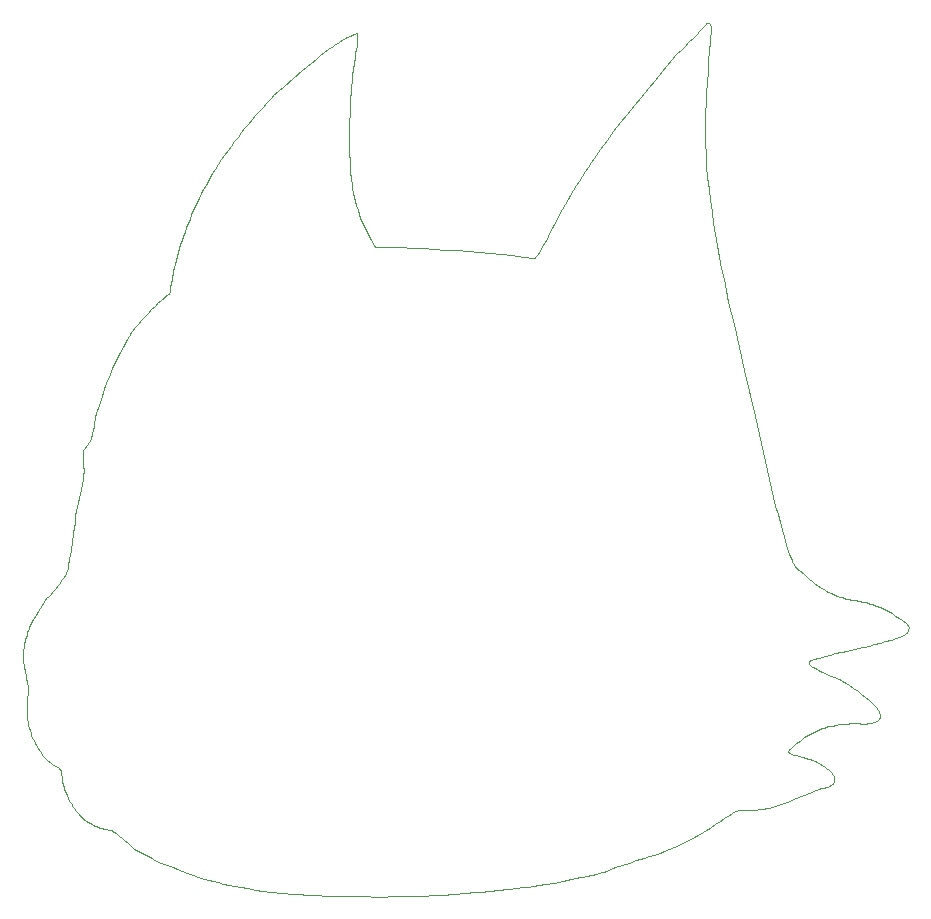
<source format=gbr>
G04 #@! TF.GenerationSoftware,KiCad,Pcbnew,(5.1.2)-1*
G04 #@! TF.CreationDate,2019-06-26T23:30:15+01:00*
G04 #@! TF.ProjectId,Real Raw Avocato cut,5265616c-2052-4617-9720-41766f636174,rev?*
G04 #@! TF.SameCoordinates,Original*
G04 #@! TF.FileFunction,Profile,NP*
%FSLAX46Y46*%
G04 Gerber Fmt 4.6, Leading zero omitted, Abs format (unit mm)*
G04 Created by KiCad (PCBNEW (5.1.2)-1) date 2019-06-26 23:30:15*
%MOMM*%
%LPD*%
G04 APERTURE LIST*
%ADD10C,0.100000*%
G04 APERTURE END LIST*
D10*
X165129790Y-50240439D02*
X165092695Y-50242344D01*
X165092695Y-50242344D02*
X165052320Y-50255642D01*
X165052320Y-50255642D02*
X165008203Y-50280497D01*
X165008203Y-50280497D02*
X164959880Y-50317064D01*
X164959880Y-50317064D02*
X164906894Y-50365499D01*
X164906894Y-50365499D02*
X164848784Y-50425959D01*
X164848784Y-50425959D02*
X164715344Y-50583580D01*
X164715344Y-50583580D02*
X164586113Y-50731488D01*
X164586113Y-50731488D02*
X164385295Y-50945332D01*
X164385295Y-50945332D02*
X164140341Y-51196504D01*
X164140341Y-51196504D02*
X163878705Y-51456395D01*
X163878705Y-51456395D02*
X163398828Y-51930213D01*
X163398828Y-51930213D02*
X163133014Y-52202086D01*
X163133014Y-52202086D02*
X162875498Y-52473536D01*
X162875498Y-52473536D02*
X162415744Y-52946743D01*
X162415744Y-52946743D02*
X161204447Y-54362161D01*
X161204447Y-54362161D02*
X160594697Y-55081138D01*
X160594697Y-55081138D02*
X160002453Y-55785846D01*
X160002453Y-55785846D02*
X159401148Y-56509966D01*
X159401148Y-56509966D02*
X158817514Y-57222968D01*
X158817514Y-57222968D02*
X158228221Y-57954818D01*
X158228221Y-57954818D02*
X157656345Y-58679726D01*
X157656345Y-58679726D02*
X157085017Y-59422178D01*
X157085017Y-59422178D02*
X156530316Y-60162840D01*
X156530316Y-60162840D02*
X155980840Y-60918638D01*
X155980840Y-60918638D02*
X155446659Y-61678510D01*
X155446659Y-61678510D02*
X155183825Y-62062706D01*
X155183825Y-62062706D02*
X154924475Y-62449089D01*
X154924475Y-62449089D02*
X154668483Y-62838014D01*
X154668483Y-62838014D02*
X154415715Y-63229836D01*
X154415715Y-63229836D02*
X154168357Y-63621089D01*
X154168357Y-63621089D02*
X153923839Y-64015893D01*
X153923839Y-64015893D02*
X153682124Y-64414673D01*
X153682124Y-64414673D02*
X153443165Y-64817853D01*
X153443165Y-64817853D02*
X153212129Y-65216653D01*
X153212129Y-65216653D02*
X152983470Y-65620336D01*
X152983470Y-65620336D02*
X152757027Y-66029212D01*
X152757027Y-66029212D02*
X152532626Y-66443594D01*
X152532626Y-66443594D02*
X152317837Y-66849183D01*
X152317837Y-66849183D02*
X152104818Y-67260535D01*
X152104818Y-67260535D02*
X151893443Y-67677990D01*
X151893443Y-67677990D02*
X151683583Y-68101890D01*
X151683583Y-68101890D02*
X151441966Y-68528468D01*
X151441966Y-68528468D02*
X151071216Y-69177277D01*
X151071216Y-69177277D02*
X150844558Y-69558974D01*
X150844558Y-69558974D02*
X150637992Y-69886569D01*
X150637992Y-69886569D02*
X150549518Y-70015368D01*
X150549518Y-70015368D02*
X150474794Y-70112991D01*
X150474794Y-70112991D02*
X150416729Y-70173552D01*
X150416729Y-70173552D02*
X150394848Y-70188096D01*
X150394848Y-70188096D02*
X150378232Y-70191168D01*
X150378232Y-70191168D02*
X149450325Y-70072494D01*
X149450325Y-70072494D02*
X148511681Y-69961725D01*
X148511681Y-69961725D02*
X147579409Y-69860236D01*
X147579409Y-69860236D02*
X146641511Y-69766388D01*
X146641511Y-69766388D02*
X145705315Y-69680713D01*
X145705315Y-69680713D02*
X144768240Y-69602574D01*
X144768240Y-69602574D02*
X143827617Y-69531599D01*
X143827617Y-69531599D02*
X142890836Y-69468215D01*
X142890836Y-69468215D02*
X141947440Y-69411615D01*
X141947440Y-69411615D02*
X141012916Y-69362786D01*
X141012916Y-69362786D02*
X140065351Y-69320720D01*
X140065351Y-69320720D02*
X139132411Y-69286822D01*
X139132411Y-69286822D02*
X138180782Y-69260200D01*
X138180782Y-69260200D02*
X137250872Y-69242380D01*
X137250872Y-69242380D02*
X136942362Y-69239787D01*
X136942362Y-69239787D02*
X136497429Y-68493580D01*
X136497429Y-68493580D02*
X136301248Y-68153432D01*
X136301248Y-68153432D02*
X136122260Y-67818429D01*
X136122260Y-67818429D02*
X135958644Y-67483554D01*
X135958644Y-67483554D02*
X135808583Y-67143791D01*
X135808583Y-67143791D02*
X135675971Y-66809243D01*
X135675971Y-66809243D02*
X135552686Y-66461274D01*
X135552686Y-66461274D02*
X135437201Y-66095541D01*
X135437201Y-66095541D02*
X135327991Y-65707703D01*
X135327991Y-65707703D02*
X135242161Y-65370617D01*
X135242161Y-65370617D02*
X135158645Y-65013366D01*
X135158645Y-65013366D02*
X135076603Y-64633539D01*
X135076603Y-64633539D02*
X134995196Y-64228724D01*
X134995196Y-64228724D02*
X134959091Y-64029766D01*
X134959091Y-64029766D02*
X134925735Y-63818657D01*
X134925735Y-63818657D02*
X134895070Y-63596045D01*
X134895070Y-63596045D02*
X134867045Y-63362583D01*
X134867045Y-63362583D02*
X134818687Y-62865707D01*
X134818687Y-62865707D02*
X134780222Y-62333233D01*
X134780222Y-62333233D02*
X134756039Y-61879218D01*
X134756039Y-61879218D02*
X134737889Y-61408024D01*
X134737889Y-61408024D02*
X134725533Y-60922460D01*
X134725533Y-60922460D02*
X134718733Y-60425339D01*
X134718733Y-60425339D02*
X134717145Y-59954229D01*
X134717145Y-59954229D02*
X134719976Y-59477692D01*
X134719976Y-59477692D02*
X134727094Y-58998005D01*
X134727094Y-58998005D02*
X134738391Y-58517445D01*
X134738391Y-58517445D02*
X134753869Y-58032730D01*
X134753869Y-58032730D02*
X134773184Y-57551698D01*
X134773184Y-57551698D02*
X134822616Y-56610068D01*
X134822616Y-56610068D02*
X134855700Y-56106787D01*
X134855700Y-56106787D02*
X134892583Y-55619761D01*
X134892583Y-55619761D02*
X134932982Y-55152077D01*
X134932982Y-55152077D02*
X134976612Y-54706825D01*
X134976612Y-54706825D02*
X135040405Y-54145298D01*
X135040405Y-54145298D02*
X135109107Y-53638540D01*
X135109107Y-53638540D02*
X135182100Y-53194377D01*
X135182100Y-53194377D02*
X135220010Y-52998214D01*
X135220010Y-52998214D02*
X135258763Y-52820635D01*
X135258763Y-52820635D02*
X135328775Y-52496410D01*
X135328775Y-52496410D02*
X135377654Y-52218296D01*
X135377654Y-52218296D02*
X135408176Y-51979031D01*
X135408176Y-51979031D02*
X135423125Y-51771349D01*
X135423125Y-51771349D02*
X135425242Y-51587987D01*
X135425242Y-51587987D02*
X135417384Y-51421681D01*
X135417384Y-51421681D02*
X135402302Y-51265166D01*
X135402302Y-51265166D02*
X135382750Y-51111178D01*
X135382750Y-51111178D02*
X135174840Y-51185333D01*
X135174840Y-51185333D02*
X134966891Y-51270206D01*
X134966891Y-51270206D02*
X134759463Y-51364636D01*
X134759463Y-51364636D02*
X134553117Y-51467463D01*
X134553117Y-51467463D02*
X134348414Y-51577529D01*
X134348414Y-51577529D02*
X134145915Y-51693672D01*
X134145915Y-51693672D02*
X133946184Y-51814733D01*
X133946184Y-51814733D02*
X133749776Y-51939552D01*
X133749776Y-51939552D02*
X133539773Y-52078774D01*
X133539773Y-52078774D02*
X133335139Y-52219584D01*
X133335139Y-52219584D02*
X132944940Y-52499902D01*
X132944940Y-52499902D02*
X132585088Y-52768375D01*
X132585088Y-52768375D02*
X132261494Y-53012871D01*
X132261494Y-53012871D02*
X131877415Y-53321478D01*
X131877415Y-53321478D02*
X131490067Y-53637614D01*
X131490067Y-53637614D02*
X130717402Y-54279977D01*
X130717402Y-54279977D02*
X129930777Y-54946082D01*
X129930777Y-54946082D02*
X129196564Y-55574989D01*
X129196564Y-55574989D02*
X128674104Y-56079292D01*
X128674104Y-56079292D02*
X128317031Y-56418348D01*
X128317031Y-56418348D02*
X128194753Y-56535864D01*
X128194753Y-56535864D02*
X128038464Y-56692218D01*
X128038464Y-56692218D02*
X127704150Y-57040015D01*
X127704150Y-57040015D02*
X127388462Y-57382744D01*
X127388462Y-57382744D02*
X127075048Y-57731385D01*
X127075048Y-57731385D02*
X126764446Y-58085224D01*
X126764446Y-58085224D02*
X126457197Y-58443547D01*
X126457197Y-58443547D02*
X126154824Y-58804477D01*
X126154824Y-58804477D02*
X125856914Y-59168435D01*
X125856914Y-59168435D02*
X125564074Y-59534656D01*
X125564074Y-59534656D02*
X125276908Y-59902373D01*
X125276908Y-59902373D02*
X124987884Y-60281587D01*
X124987884Y-60281587D02*
X124706029Y-60660866D01*
X124706029Y-60660866D02*
X124431981Y-61039428D01*
X124431981Y-61039428D02*
X124166381Y-61416493D01*
X124166381Y-61416493D02*
X123893124Y-61816087D01*
X123893124Y-61816087D02*
X123630943Y-62212062D01*
X123630943Y-62212062D02*
X123380553Y-62603510D01*
X123380553Y-62603510D02*
X123142671Y-62989523D01*
X123142671Y-62989523D02*
X122947931Y-63324192D01*
X122947931Y-63324192D02*
X122756234Y-63664201D01*
X122756234Y-63664201D02*
X122567975Y-64008711D01*
X122567975Y-64008711D02*
X122383544Y-64356881D01*
X122383544Y-64356881D02*
X122204485Y-64705612D01*
X122204485Y-64705612D02*
X122029873Y-65056508D01*
X122029873Y-65056508D02*
X121860014Y-65408861D01*
X121860014Y-65408861D02*
X121695214Y-65761964D01*
X121695214Y-65761964D02*
X121532173Y-66123274D01*
X121532173Y-66123274D02*
X121375170Y-66483773D01*
X121375170Y-66483773D02*
X121224581Y-66842648D01*
X121224581Y-66842648D02*
X121080781Y-67199085D01*
X121080781Y-67199085D02*
X120935616Y-67574914D01*
X120935616Y-67574914D02*
X120799036Y-67946092D01*
X120799036Y-67946092D02*
X120671424Y-68311704D01*
X120671424Y-68311704D02*
X120553165Y-68670830D01*
X120553165Y-68670830D02*
X120441441Y-68990820D01*
X120441441Y-68990820D02*
X120337571Y-69315869D01*
X120337571Y-69315869D02*
X120240986Y-69644735D01*
X120240986Y-69644735D02*
X120151122Y-69976177D01*
X120151122Y-69976177D02*
X120067060Y-70310177D01*
X120067060Y-70310177D02*
X119988556Y-70644232D01*
X119988556Y-70644232D02*
X119915114Y-70977058D01*
X119915114Y-70977058D02*
X119846250Y-71307370D01*
X119846250Y-71307370D02*
X119713047Y-71992596D01*
X119713047Y-71992596D02*
X119592002Y-72648890D01*
X119592002Y-72648890D02*
X119548726Y-72913672D01*
X119548726Y-72913672D02*
X119525144Y-73016256D01*
X119525144Y-73016256D02*
X119492860Y-73105796D01*
X119492860Y-73105796D02*
X119471720Y-73147275D01*
X119471720Y-73147275D02*
X119446323Y-73187412D01*
X119446323Y-73187412D02*
X119415974Y-73226848D01*
X119415974Y-73226848D02*
X119379981Y-73266224D01*
X119379981Y-73266224D02*
X119288281Y-73347353D01*
X119288281Y-73347353D02*
X119165671Y-73435922D01*
X119165671Y-73435922D02*
X119041151Y-73525767D01*
X119041151Y-73525767D02*
X118885852Y-73647009D01*
X118885852Y-73647009D02*
X118719568Y-73783762D01*
X118719568Y-73783762D02*
X118562090Y-73920131D01*
X118562090Y-73920131D02*
X118250391Y-74210043D01*
X118250391Y-74210043D02*
X117954500Y-74502669D01*
X117954500Y-74502669D02*
X117672628Y-74797807D01*
X117672628Y-74797807D02*
X117402988Y-75095254D01*
X117402988Y-75095254D02*
X117129485Y-75411674D01*
X117129485Y-75411674D02*
X116865415Y-75730095D01*
X116865415Y-75730095D02*
X116608518Y-76050196D01*
X116608518Y-76050196D02*
X116356540Y-76371659D01*
X116356540Y-76371659D02*
X116276384Y-76477318D01*
X116276384Y-76477318D02*
X116210072Y-76579151D01*
X116210072Y-76579151D02*
X116137800Y-76695835D01*
X116137800Y-76695835D02*
X116039763Y-76846049D01*
X116039763Y-76846049D02*
X115980412Y-76938527D01*
X115980412Y-76938527D02*
X115910127Y-77056623D01*
X115910127Y-77056623D02*
X115741712Y-77359352D01*
X115741712Y-77359352D02*
X115544426Y-77733573D01*
X115544426Y-77733573D02*
X115328179Y-78158631D01*
X115328179Y-78158631D02*
X114997227Y-78831253D01*
X114997227Y-78831253D02*
X114678089Y-79503768D01*
X114678089Y-79503768D02*
X114460423Y-79979896D01*
X114460423Y-79979896D02*
X114282555Y-80387698D01*
X114282555Y-80387698D02*
X114158664Y-80697570D01*
X114158664Y-80697570D02*
X114121391Y-80806534D01*
X114121391Y-80806534D02*
X114102931Y-80879913D01*
X114102931Y-80879913D02*
X114091716Y-80933695D01*
X114091716Y-80933695D02*
X114075298Y-80989374D01*
X114075298Y-80989374D02*
X114055902Y-81040320D01*
X114055902Y-81040320D02*
X114035751Y-81079901D01*
X114035751Y-81079901D02*
X114008912Y-81136789D01*
X114008912Y-81136789D02*
X113976466Y-81228092D01*
X113976466Y-81228092D02*
X113890409Y-81506582D01*
X113890409Y-81506582D02*
X113768890Y-81900649D01*
X113768890Y-81900649D02*
X113692117Y-82136427D01*
X113692117Y-82136427D02*
X113603219Y-82395582D01*
X113603219Y-82395582D02*
X113514310Y-82635403D01*
X113514310Y-82635403D02*
X113430946Y-82852348D01*
X113430946Y-82852348D02*
X113361371Y-83049039D01*
X113361371Y-83049039D02*
X113334331Y-83140606D01*
X113334331Y-83140606D02*
X113313832Y-83228090D01*
X113313832Y-83228090D02*
X113289493Y-83285227D01*
X113289493Y-83285227D02*
X113264071Y-83363195D01*
X113264071Y-83363195D02*
X113212990Y-83567733D01*
X113212990Y-83567733D02*
X113166594Y-83813933D01*
X113166594Y-83813933D02*
X113130895Y-84074032D01*
X113130895Y-84074032D02*
X113089334Y-84415683D01*
X113089334Y-84415683D02*
X113044009Y-84711413D01*
X113044009Y-84711413D02*
X112992939Y-84967763D01*
X112992939Y-84967763D02*
X112964631Y-85083214D01*
X112964631Y-85083214D02*
X112934144Y-85191277D01*
X112934144Y-85191277D02*
X112901230Y-85292766D01*
X112901230Y-85292766D02*
X112865642Y-85388501D01*
X112865642Y-85388501D02*
X112827132Y-85479300D01*
X112827132Y-85479300D02*
X112785453Y-85565980D01*
X112785453Y-85565980D02*
X112740356Y-85649359D01*
X112740356Y-85649359D02*
X112691596Y-85730255D01*
X112691596Y-85730255D02*
X112638923Y-85809490D01*
X112638923Y-85809490D02*
X112582091Y-85887875D01*
X112582091Y-85887875D02*
X112445674Y-86075301D01*
X112445674Y-86075301D02*
X112338494Y-86240321D01*
X112338494Y-86240321D02*
X112295034Y-86317098D01*
X112295034Y-86317098D02*
X112257882Y-86391475D01*
X112257882Y-86391475D02*
X112226705Y-86464521D01*
X112226705Y-86464521D02*
X112201167Y-86537303D01*
X112201167Y-86537303D02*
X112180937Y-86610889D01*
X112180937Y-86610889D02*
X112165681Y-86686348D01*
X112165681Y-86686348D02*
X112155063Y-86764744D01*
X112155063Y-86764744D02*
X112148753Y-86847148D01*
X112148753Y-86847148D02*
X112147721Y-87028245D01*
X112147721Y-87028245D02*
X112159900Y-87238181D01*
X112159900Y-87238181D02*
X112202232Y-87681724D01*
X112202232Y-87681724D02*
X112225637Y-87877653D01*
X112225637Y-87877653D02*
X112246716Y-88022113D01*
X112246716Y-88022113D02*
X112251953Y-88070148D01*
X112251953Y-88070148D02*
X112253461Y-88130264D01*
X112253461Y-88130264D02*
X112246097Y-88283484D01*
X112246097Y-88283484D02*
X112226378Y-88475243D01*
X112226378Y-88475243D02*
X112196043Y-88699017D01*
X112196043Y-88699017D02*
X112156832Y-88948281D01*
X112156832Y-88948281D02*
X112110484Y-89216511D01*
X112110484Y-89216511D02*
X112003332Y-89783761D01*
X112003332Y-89783761D02*
X111883513Y-90372510D01*
X111883513Y-90372510D02*
X111771178Y-90899218D01*
X111771178Y-90899218D02*
X111632295Y-91528874D01*
X111632295Y-91528874D02*
X111618140Y-91553665D01*
X111618140Y-91553665D02*
X111603649Y-91593326D01*
X111603649Y-91593326D02*
X111575292Y-91709029D01*
X111575292Y-91709029D02*
X111550503Y-91859576D01*
X111550503Y-91859576D02*
X111532561Y-92028579D01*
X111532561Y-92028579D02*
X111509508Y-92285773D01*
X111509508Y-92285773D02*
X111475504Y-92584503D01*
X111475504Y-92584503D02*
X111425070Y-92964683D01*
X111425070Y-92964683D02*
X111352727Y-93466216D01*
X111352727Y-93466216D02*
X111135169Y-94898686D01*
X111135169Y-94898686D02*
X111018202Y-95648187D01*
X111018202Y-95648187D02*
X110926913Y-96192147D01*
X110926913Y-96192147D02*
X110878985Y-96440107D01*
X110878985Y-96440107D02*
X110832979Y-96639859D01*
X110832979Y-96639859D02*
X110786098Y-96801408D01*
X110786098Y-96801408D02*
X110735543Y-96934766D01*
X110735543Y-96934766D02*
X110678518Y-97049937D01*
X110678518Y-97049937D02*
X110612223Y-97156926D01*
X110612223Y-97156926D02*
X110533862Y-97265741D01*
X110533862Y-97265741D02*
X110440638Y-97386391D01*
X110440638Y-97386391D02*
X110116853Y-97789008D01*
X110116853Y-97789008D02*
X109714584Y-98274190D01*
X109714584Y-98274190D02*
X109274963Y-98791694D01*
X109274963Y-98791694D02*
X109095936Y-98996844D01*
X109095936Y-98996844D02*
X108964242Y-99142354D01*
X108964242Y-99142354D02*
X108555701Y-99774957D01*
X108555701Y-99774957D02*
X108364272Y-100080276D01*
X108364272Y-100080276D02*
X108184961Y-100375871D01*
X108184961Y-100375871D02*
X107974665Y-100742276D01*
X107974665Y-100742276D02*
X107880784Y-100916994D01*
X107880784Y-100916994D02*
X107795412Y-101085407D01*
X107795412Y-101085407D02*
X107719298Y-101247038D01*
X107719298Y-101247038D02*
X107653191Y-101401399D01*
X107653191Y-101401399D02*
X107597839Y-101548009D01*
X107597839Y-101548009D02*
X107553992Y-101686387D01*
X107553992Y-101686387D02*
X107482919Y-101879464D01*
X107482919Y-101879464D02*
X107418550Y-102067260D01*
X107418550Y-102067260D02*
X107360553Y-102251992D01*
X107360553Y-102251992D02*
X107308596Y-102435874D01*
X107308596Y-102435874D02*
X107262347Y-102621122D01*
X107262347Y-102621122D02*
X107221475Y-102809953D01*
X107221475Y-102809953D02*
X107185647Y-103004583D01*
X107185647Y-103004583D02*
X107154533Y-103207225D01*
X107154533Y-103207225D02*
X107132171Y-103311394D01*
X107132171Y-103311394D02*
X107114856Y-103418690D01*
X107114856Y-103418690D02*
X107102312Y-103528850D01*
X107102312Y-103528850D02*
X107094259Y-103641612D01*
X107094259Y-103641612D02*
X107090417Y-103756711D01*
X107090417Y-103756711D02*
X107090509Y-103873887D01*
X107090509Y-103873887D02*
X107101381Y-104113423D01*
X107101381Y-104113423D02*
X107124646Y-104358120D01*
X107124646Y-104358120D02*
X107158077Y-104605881D01*
X107158077Y-104605881D02*
X107199443Y-104854605D01*
X107199443Y-104854605D02*
X107246517Y-105102197D01*
X107246517Y-105102197D02*
X107366525Y-105666148D01*
X107366525Y-105666148D02*
X107476893Y-106185483D01*
X107476893Y-106185483D02*
X107519500Y-106420015D01*
X107519500Y-106420015D02*
X107548942Y-106633304D01*
X107548942Y-106633304D02*
X107557607Y-106730932D01*
X107557607Y-106730932D02*
X107561637Y-106821989D01*
X107561637Y-106821989D02*
X107560579Y-106906052D01*
X107560579Y-106906052D02*
X107553991Y-106982705D01*
X107553991Y-106982705D02*
X107469096Y-107460844D01*
X107469096Y-107460844D02*
X107406713Y-107763535D01*
X107406713Y-107763535D02*
X107418172Y-108107282D01*
X107418172Y-108107282D02*
X107426847Y-108540246D01*
X107426847Y-108540246D02*
X107434758Y-108938841D01*
X107434758Y-108938841D02*
X107443921Y-109179468D01*
X107443921Y-109179468D02*
X107499389Y-109453291D01*
X107499389Y-109453291D02*
X107552214Y-109688966D01*
X107552214Y-109688966D02*
X107624272Y-109967017D01*
X107624272Y-109967017D02*
X107681686Y-110160599D01*
X107681686Y-110160599D02*
X107748194Y-110362836D01*
X107748194Y-110362836D02*
X107823948Y-110571912D01*
X107823948Y-110571912D02*
X107909098Y-110786013D01*
X107909098Y-110786013D02*
X108003797Y-111003321D01*
X108003797Y-111003321D02*
X108108198Y-111222020D01*
X108108198Y-111222020D02*
X108222451Y-111440291D01*
X108222451Y-111440291D02*
X108346708Y-111656320D01*
X108346708Y-111656320D02*
X108469902Y-111851387D01*
X108469902Y-111851387D02*
X108601776Y-112041591D01*
X108601776Y-112041591D02*
X108742437Y-112225537D01*
X108742437Y-112225537D02*
X108891991Y-112401829D01*
X108891991Y-112401829D02*
X109050544Y-112569067D01*
X109050544Y-112569067D02*
X109218202Y-112725856D01*
X109218202Y-112725856D02*
X109395071Y-112870795D01*
X109395071Y-112870795D02*
X109486994Y-112938385D01*
X109486994Y-112938385D02*
X109581258Y-113002491D01*
X109581258Y-113002491D02*
X109847594Y-113175624D01*
X109847594Y-113175624D02*
X110043224Y-113306654D01*
X110043224Y-113306654D02*
X110118155Y-113361335D01*
X110118155Y-113361335D02*
X110179766Y-113411436D01*
X110179766Y-113411436D02*
X110229510Y-113458940D01*
X110229510Y-113458940D02*
X110268838Y-113505827D01*
X110268838Y-113505827D02*
X110299202Y-113554076D01*
X110299202Y-113554076D02*
X110322054Y-113605672D01*
X110322054Y-113605672D02*
X110338847Y-113662595D01*
X110338847Y-113662595D02*
X110351034Y-113726828D01*
X110351034Y-113726828D02*
X110367396Y-113885146D01*
X110367396Y-113885146D02*
X110382757Y-114096482D01*
X110382757Y-114096482D02*
X110397450Y-114254246D01*
X110397450Y-114254246D02*
X110416907Y-114403116D01*
X110416907Y-114403116D02*
X110441945Y-114546346D01*
X110441945Y-114546346D02*
X110473379Y-114687189D01*
X110473379Y-114687189D02*
X110512025Y-114828899D01*
X110512025Y-114828899D02*
X110558696Y-114974727D01*
X110558696Y-114974727D02*
X110614209Y-115127929D01*
X110614209Y-115127929D02*
X110679379Y-115291756D01*
X110679379Y-115291756D02*
X110810926Y-115604364D01*
X110810926Y-115604364D02*
X110931011Y-115874776D01*
X110931011Y-115874776D02*
X111044394Y-116111025D01*
X111044394Y-116111025D02*
X111155835Y-116321152D01*
X111155835Y-116321152D02*
X111224686Y-116439593D01*
X111224686Y-116439593D02*
X111295640Y-116553152D01*
X111295640Y-116553152D02*
X111369771Y-116663647D01*
X111369771Y-116663647D02*
X111448148Y-116772894D01*
X111448148Y-116772894D02*
X111621931Y-116994913D01*
X111621931Y-116994913D02*
X111825562Y-117233758D01*
X111825562Y-117233758D02*
X111974013Y-117399504D01*
X111974013Y-117399504D02*
X112106693Y-117539365D01*
X112106693Y-117539365D02*
X112229761Y-117658322D01*
X112229761Y-117658322D02*
X112349374Y-117761356D01*
X112349374Y-117761356D02*
X112471691Y-117853441D01*
X112471691Y-117853441D02*
X112602870Y-117939561D01*
X112602870Y-117939561D02*
X112749071Y-118024690D01*
X112749071Y-118024690D02*
X112916451Y-118113807D01*
X112916451Y-118113807D02*
X113047090Y-118178220D01*
X113047090Y-118178220D02*
X113183154Y-118239910D01*
X113183154Y-118239910D02*
X113321640Y-118297775D01*
X113321640Y-118297775D02*
X113459547Y-118350707D01*
X113459547Y-118350707D02*
X113593871Y-118397605D01*
X113593871Y-118397605D02*
X113721611Y-118437361D01*
X113721611Y-118437361D02*
X113839764Y-118468878D01*
X113839764Y-118468878D02*
X113945329Y-118491050D01*
X113945329Y-118491050D02*
X114167665Y-118534280D01*
X114167665Y-118534280D02*
X114363637Y-118582786D01*
X114363637Y-118582786D02*
X114537799Y-118638741D01*
X114537799Y-118638741D02*
X114694705Y-118704302D01*
X114694705Y-118704302D02*
X114768111Y-118741364D01*
X114768111Y-118741364D02*
X114838910Y-118781642D01*
X114838910Y-118781642D02*
X114974968Y-118872929D01*
X114974968Y-118872929D02*
X115107432Y-118980326D01*
X115107432Y-118980326D02*
X115240857Y-119106000D01*
X115240857Y-119106000D02*
X115306267Y-119167791D01*
X115306267Y-119167791D02*
X115371618Y-119223462D01*
X115371618Y-119223462D02*
X115493823Y-119315812D01*
X115493823Y-119315812D02*
X115646000Y-119420193D01*
X115646000Y-119420193D02*
X116012852Y-119747556D01*
X116012852Y-119747556D02*
X116251417Y-119964880D01*
X116251417Y-119964880D02*
X116395825Y-120101804D01*
X116395825Y-120101804D02*
X116455587Y-120157102D01*
X116455587Y-120157102D02*
X116528634Y-120202058D01*
X116528634Y-120202058D02*
X117322528Y-120629010D01*
X117322528Y-120629010D02*
X117835152Y-120909821D01*
X117835152Y-120909821D02*
X118026193Y-121018078D01*
X118026193Y-121018078D02*
X118137838Y-121086240D01*
X118137838Y-121086240D02*
X118210136Y-121126274D01*
X118210136Y-121126274D02*
X118310226Y-121176658D01*
X118310226Y-121176658D02*
X118564168Y-121299666D01*
X118564168Y-121299666D02*
X118770647Y-121373955D01*
X118770647Y-121373955D02*
X119071714Y-121488337D01*
X119071714Y-121488337D02*
X119796135Y-121775088D01*
X119796135Y-121775088D02*
X120155596Y-121916571D01*
X120155596Y-121916571D02*
X120567775Y-122071437D01*
X120567775Y-122071437D02*
X121013875Y-122233158D01*
X121013875Y-122233158D02*
X121475102Y-122395205D01*
X121475102Y-122395205D02*
X121965384Y-122562059D01*
X121965384Y-122562059D02*
X122428226Y-122713885D01*
X122428226Y-122713885D02*
X122840319Y-122842668D01*
X122840319Y-122842668D02*
X123178357Y-122940392D01*
X123178357Y-122940392D02*
X123581947Y-123042746D01*
X123581947Y-123042746D02*
X124032550Y-123145587D01*
X124032550Y-123145587D02*
X124510939Y-123246602D01*
X124510939Y-123246602D02*
X124997884Y-123343466D01*
X124997884Y-123343466D02*
X125557709Y-123449323D01*
X125557709Y-123449323D02*
X126070909Y-123542274D01*
X126070909Y-123542274D02*
X126830847Y-123674195D01*
X126830847Y-123674195D02*
X127012181Y-123711454D01*
X127012181Y-123711454D02*
X127183280Y-123742410D01*
X127183280Y-123742410D02*
X127394707Y-123770461D01*
X127394707Y-123770461D02*
X127615295Y-123808037D01*
X127615295Y-123808037D02*
X127818806Y-123818938D01*
X127818806Y-123818938D02*
X127978064Y-123828701D01*
X127978064Y-123828701D02*
X129249303Y-123944972D01*
X129249303Y-123944972D02*
X129919728Y-124004541D01*
X129919728Y-124004541D02*
X130520028Y-124054526D01*
X130520028Y-124054526D02*
X131052365Y-124087670D01*
X131052365Y-124087670D02*
X131561306Y-124111880D01*
X131561306Y-124111880D02*
X132187223Y-124143489D01*
X132187223Y-124143489D02*
X132585953Y-124158306D01*
X132585953Y-124158306D02*
X133049588Y-124164074D01*
X133049588Y-124164074D02*
X134649491Y-124191980D01*
X134649491Y-124191980D02*
X135464022Y-124211559D01*
X135464022Y-124211559D02*
X136247326Y-124235371D01*
X136247326Y-124235371D02*
X136817109Y-124239657D01*
X136817109Y-124239657D02*
X137399711Y-124239509D01*
X137399711Y-124239509D02*
X138553646Y-124236414D01*
X138553646Y-124236414D02*
X139009100Y-124233715D01*
X139009100Y-124233715D02*
X139434349Y-124224031D01*
X139434349Y-124224031D02*
X139873739Y-124207362D01*
X139873739Y-124207362D02*
X140371622Y-124183709D01*
X140371622Y-124183709D02*
X140726039Y-124169368D01*
X140726039Y-124169368D02*
X141084158Y-124160002D01*
X141084158Y-124160002D02*
X141807193Y-124144921D01*
X141807193Y-124144921D02*
X142167812Y-124133649D01*
X142167812Y-124133649D02*
X142527714Y-124116002D01*
X142527714Y-124116002D02*
X142885730Y-124089043D01*
X142885730Y-124089043D02*
X143240697Y-124049845D01*
X143240697Y-124049845D02*
X143469631Y-124022808D01*
X143469631Y-124022808D02*
X143752105Y-123997275D01*
X143752105Y-123997275D02*
X144336755Y-123951150D01*
X144336755Y-123951150D02*
X144615607Y-123931280D01*
X144615607Y-123931280D02*
X144871089Y-123908764D01*
X144871089Y-123908764D02*
X145007082Y-123898631D01*
X145007082Y-123898631D02*
X145134638Y-123886539D01*
X145134638Y-123886539D02*
X145478625Y-123863547D01*
X145478625Y-123863547D02*
X145977820Y-123834625D01*
X145977820Y-123834625D02*
X146487442Y-123798200D01*
X146487442Y-123798200D02*
X146700915Y-123776690D01*
X146700915Y-123776690D02*
X146862700Y-123752718D01*
X146862700Y-123752718D02*
X147047408Y-123721074D01*
X147047408Y-123721074D02*
X147261615Y-123691113D01*
X147261615Y-123691113D02*
X147478806Y-123666242D01*
X147478806Y-123666242D02*
X147672468Y-123649891D01*
X147672468Y-123649891D02*
X147834782Y-123636635D01*
X147834782Y-123636635D02*
X147979615Y-123620284D01*
X147979615Y-123620284D02*
X148240909Y-123586332D01*
X148240909Y-123586332D02*
X148405613Y-123568076D01*
X148405613Y-123568076D02*
X148643256Y-123546063D01*
X148643256Y-123546063D02*
X148950771Y-123516014D01*
X148950771Y-123516014D02*
X149325082Y-123473678D01*
X149325082Y-123473678D02*
X149572780Y-123434427D01*
X149572780Y-123434427D02*
X149824938Y-123398282D01*
X149824938Y-123398282D02*
X150329670Y-123334153D01*
X150329670Y-123334153D02*
X151337360Y-123217882D01*
X151337360Y-123217882D02*
X152060908Y-123067540D01*
X152060908Y-123067540D02*
X152808073Y-122910407D01*
X152808073Y-122910407D02*
X153537712Y-122762462D01*
X153537712Y-122762462D02*
X153908901Y-122691411D01*
X153908901Y-122691411D02*
X154283950Y-122623601D01*
X154283950Y-122623601D02*
X154511563Y-122581942D01*
X154511563Y-122581942D02*
X154768267Y-122529579D01*
X154768267Y-122529579D02*
X155322130Y-122403976D01*
X155322130Y-122403976D02*
X155631299Y-122327371D01*
X155631299Y-122327371D02*
X155915794Y-122252060D01*
X155915794Y-122252060D02*
X156158743Y-122182170D01*
X156158743Y-122182170D02*
X156343258Y-122121824D01*
X156343258Y-122121824D02*
X157266715Y-121782308D01*
X157266715Y-121782308D02*
X157834897Y-121579711D01*
X157834897Y-121579711D02*
X158403079Y-121389053D01*
X158403079Y-121389053D02*
X159013020Y-121183455D01*
X159013020Y-121183455D02*
X159681553Y-120945150D01*
X159681553Y-120945150D02*
X160134301Y-120818587D01*
X160134301Y-120818587D02*
X160573562Y-120683205D01*
X160573562Y-120683205D02*
X161000771Y-120539142D01*
X161000771Y-120539142D02*
X161417366Y-120386528D01*
X161417366Y-120386528D02*
X161846298Y-120216641D01*
X161846298Y-120216641D02*
X162266588Y-120037680D01*
X162266588Y-120037680D02*
X162679944Y-119849950D01*
X162679944Y-119849950D02*
X163088064Y-119653756D01*
X163088064Y-119653756D02*
X163491037Y-119450191D01*
X163491037Y-119450191D02*
X163892056Y-119238673D01*
X163892056Y-119238673D02*
X164292733Y-119019333D01*
X164292733Y-119019333D02*
X164694685Y-118792310D01*
X164694685Y-118792310D02*
X164976527Y-118626969D01*
X164976527Y-118626969D02*
X165250072Y-118457239D01*
X165250072Y-118457239D02*
X165484025Y-118303114D01*
X165484025Y-118303114D02*
X165647082Y-118184596D01*
X165647082Y-118184596D02*
X165812190Y-118055898D01*
X165812190Y-118055898D02*
X166001552Y-117914766D01*
X166001552Y-117914766D02*
X166421774Y-117616764D01*
X166421774Y-117616764D02*
X166845195Y-117333702D01*
X166845195Y-117333702D02*
X167038555Y-117211245D01*
X167038555Y-117211245D02*
X167209261Y-117108692D01*
X167209261Y-117108692D02*
X167325157Y-117043290D01*
X167325157Y-117043290D02*
X167425143Y-116993770D01*
X167425143Y-116993770D02*
X167520909Y-116958218D01*
X167520909Y-116958218D02*
X167624147Y-116934697D01*
X167624147Y-116934697D02*
X167746545Y-116921309D01*
X167746545Y-116921309D02*
X167899797Y-116916123D01*
X167899797Y-116916123D02*
X168095594Y-116917181D01*
X168095594Y-116917181D02*
X168345626Y-116922632D01*
X168345626Y-116922632D02*
X168603055Y-116921574D01*
X168603055Y-116921574D02*
X168874890Y-116907630D01*
X168874890Y-116907630D02*
X169152877Y-116883394D01*
X169152877Y-116883394D02*
X169428764Y-116851372D01*
X169428764Y-116851372D02*
X169762041Y-116803633D01*
X169762041Y-116803633D02*
X170062150Y-116752465D01*
X170062150Y-116752465D02*
X170312475Y-116702821D01*
X170312475Y-116702821D02*
X170496397Y-116659652D01*
X170496397Y-116659652D02*
X171013824Y-116496976D01*
X171013824Y-116496976D02*
X171272965Y-116409533D01*
X171272965Y-116409533D02*
X171530444Y-116318070D01*
X171530444Y-116318070D02*
X171790755Y-116220282D01*
X171790755Y-116220282D02*
X172046173Y-116118317D01*
X172046173Y-116118317D02*
X172295130Y-116012230D01*
X172295130Y-116012230D02*
X172536067Y-115902073D01*
X172536067Y-115902073D02*
X173621272Y-115481944D01*
X173621272Y-115481944D02*
X174283802Y-115231548D01*
X174283802Y-115231548D02*
X174531161Y-115143055D01*
X174531161Y-115143055D02*
X174713712Y-115083518D01*
X174713712Y-115083518D02*
X174912563Y-115041405D01*
X174912563Y-115041405D02*
X175088876Y-114992975D01*
X175088876Y-114992975D02*
X175243453Y-114938656D01*
X175243453Y-114938656D02*
X175377108Y-114878861D01*
X175377108Y-114878861D02*
X175490638Y-114814014D01*
X175490638Y-114814014D02*
X175584850Y-114744532D01*
X175584850Y-114744532D02*
X175660556Y-114670837D01*
X175660556Y-114670837D02*
X175691716Y-114632539D01*
X175691716Y-114632539D02*
X175718552Y-114593346D01*
X175718552Y-114593346D02*
X175741174Y-114553309D01*
X175741174Y-114553309D02*
X175759669Y-114512484D01*
X175759669Y-114512484D02*
X175774141Y-114470915D01*
X175774141Y-114470915D02*
X175784672Y-114428664D01*
X175784672Y-114428664D02*
X175794382Y-114342309D01*
X175794382Y-114342309D02*
X175789619Y-114253841D01*
X175789619Y-114253841D02*
X175771178Y-114163676D01*
X175771178Y-114163676D02*
X175739862Y-114072239D01*
X175739862Y-114072239D02*
X175696481Y-113979941D01*
X175696481Y-113979941D02*
X175641836Y-113887210D01*
X175641836Y-113887210D02*
X175585028Y-113805520D01*
X175585028Y-113805520D02*
X175520657Y-113724108D01*
X175520657Y-113724108D02*
X175449275Y-113643256D01*
X175449275Y-113643256D02*
X175371427Y-113563252D01*
X175371427Y-113563252D02*
X175287668Y-113484387D01*
X175287668Y-113484387D02*
X175198546Y-113406947D01*
X175198546Y-113406947D02*
X175104613Y-113331217D01*
X175104613Y-113331217D02*
X175006416Y-113257486D01*
X175006416Y-113257486D02*
X174799432Y-113117172D01*
X174799432Y-113117172D02*
X174582003Y-112988304D01*
X174582003Y-112988304D02*
X174358525Y-112873181D01*
X174358525Y-112873181D02*
X174133402Y-112774100D01*
X174133402Y-112774100D02*
X173944918Y-112699938D01*
X173944918Y-112699938D02*
X173761120Y-112633215D01*
X173761120Y-112633215D02*
X173582590Y-112573263D01*
X173582590Y-112573263D02*
X173409907Y-112519399D01*
X173409907Y-112519399D02*
X173084414Y-112427255D01*
X173084414Y-112427255D02*
X172789297Y-112351386D01*
X172789297Y-112351386D02*
X172519721Y-112283925D01*
X172519721Y-112283925D02*
X172293172Y-112222018D01*
X172293172Y-112222018D02*
X172197657Y-112191236D01*
X172197657Y-112191236D02*
X172114853Y-112159550D01*
X172114853Y-112159550D02*
X172045405Y-112126197D01*
X172045405Y-112126197D02*
X171989970Y-112090409D01*
X171989970Y-112090409D02*
X171949192Y-112051425D01*
X171949192Y-112051425D02*
X171923739Y-112008478D01*
X171923739Y-112008478D02*
X171916940Y-111985274D01*
X171916940Y-111985274D02*
X171914214Y-111960800D01*
X171914214Y-111960800D02*
X171915537Y-111934950D01*
X171915537Y-111934950D02*
X171921199Y-111907637D01*
X171921199Y-111907637D02*
X171945568Y-111848223D01*
X171945568Y-111848223D02*
X171987848Y-111781788D01*
X171987848Y-111781788D02*
X172048689Y-111707573D01*
X172048689Y-111707573D02*
X172128747Y-111624808D01*
X172128747Y-111624808D02*
X172213061Y-111546566D01*
X172213061Y-111546566D02*
X172312349Y-111461023D01*
X172312349Y-111461023D02*
X172557475Y-111266110D01*
X172557475Y-111266110D02*
X172867421Y-111036219D01*
X172867421Y-111036219D02*
X173245473Y-110767495D01*
X173245473Y-110767495D02*
X173580232Y-110561178D01*
X173580232Y-110561178D02*
X173746340Y-110460647D01*
X173746340Y-110460647D02*
X173913221Y-110363788D01*
X173913221Y-110363788D02*
X174082094Y-110272049D01*
X174082094Y-110272049D02*
X174254176Y-110186869D01*
X174254176Y-110186869D02*
X174430682Y-110109691D01*
X174430682Y-110109691D02*
X174612832Y-110041960D01*
X174612832Y-110041960D02*
X174766791Y-109984331D01*
X174766791Y-109984331D02*
X174923334Y-109931385D01*
X174923334Y-109931385D02*
X175082224Y-109882940D01*
X175082224Y-109882940D02*
X175243231Y-109838821D01*
X175243231Y-109838821D02*
X175406116Y-109798840D01*
X175406116Y-109798840D02*
X175570648Y-109762816D01*
X175570648Y-109762816D02*
X175903708Y-109701928D01*
X175903708Y-109701928D02*
X176235294Y-109655287D01*
X176235294Y-109655287D02*
X176568767Y-109620455D01*
X176568767Y-109620455D02*
X176902380Y-109596140D01*
X176902380Y-109596140D02*
X177234377Y-109581005D01*
X177234377Y-109581005D02*
X177494449Y-109575237D01*
X177494449Y-109575237D02*
X177734444Y-109581402D01*
X177734444Y-109581402D02*
X178199177Y-109604739D01*
X178199177Y-109604739D02*
X178356533Y-109600055D01*
X178356533Y-109600055D02*
X178503810Y-109591827D01*
X178503810Y-109591827D02*
X178641217Y-109580132D01*
X178641217Y-109580132D02*
X178768960Y-109565077D01*
X178768960Y-109565077D02*
X178887253Y-109546742D01*
X178887253Y-109546742D02*
X178996301Y-109525231D01*
X178996301Y-109525231D02*
X179096316Y-109500651D01*
X179096316Y-109500651D02*
X179187504Y-109473090D01*
X179187504Y-109473090D02*
X179270078Y-109442644D01*
X179270078Y-109442644D02*
X179344244Y-109409402D01*
X179344244Y-109409402D02*
X179410212Y-109373466D01*
X179410212Y-109373466D02*
X179468193Y-109334930D01*
X179468193Y-109334930D02*
X179518395Y-109293885D01*
X179518395Y-109293885D02*
X179561025Y-109250432D01*
X179561025Y-109250432D02*
X179596294Y-109204662D01*
X179596294Y-109204662D02*
X179624411Y-109156675D01*
X179624411Y-109156675D02*
X179650340Y-109092018D01*
X179650340Y-109092018D02*
X179665289Y-109024055D01*
X179665289Y-109024055D02*
X179669707Y-108952990D01*
X179669707Y-108952990D02*
X179664045Y-108879024D01*
X179664045Y-108879024D02*
X179648726Y-108802353D01*
X179648726Y-108802353D02*
X179624199Y-108723179D01*
X179624199Y-108723179D02*
X179590899Y-108641703D01*
X179590899Y-108641703D02*
X179549274Y-108558126D01*
X179549274Y-108558126D02*
X179499768Y-108472647D01*
X179499768Y-108472647D02*
X179442822Y-108385467D01*
X179442822Y-108385467D02*
X179378880Y-108296787D01*
X179378880Y-108296787D02*
X179308382Y-108206807D01*
X179308382Y-108206807D02*
X179149486Y-108023747D01*
X179149486Y-108023747D02*
X178969681Y-107837893D01*
X178969681Y-107837893D02*
X178836910Y-107710407D01*
X178836910Y-107710407D02*
X178697179Y-107582891D01*
X178697179Y-107582891D02*
X178401316Y-107329766D01*
X178401316Y-107329766D02*
X178091076Y-107082532D01*
X178091076Y-107082532D02*
X177775439Y-106845190D01*
X177775439Y-106845190D02*
X177408695Y-106583644D01*
X177408695Y-106583644D02*
X177061622Y-106348175D01*
X177061622Y-106348175D02*
X176748869Y-106145465D01*
X176748869Y-106145465D02*
X176485079Y-105982193D01*
X176485079Y-105982193D02*
X176347816Y-105913298D01*
X176347816Y-105913298D02*
X176175075Y-105834849D01*
X176175075Y-105834849D02*
X175749083Y-105653790D01*
X175749083Y-105653790D02*
X175258945Y-105448058D01*
X175258945Y-105448058D02*
X175006021Y-105338761D01*
X175006021Y-105338761D02*
X174756504Y-105226683D01*
X174756504Y-105226683D02*
X174440467Y-105074974D01*
X174440467Y-105074974D02*
X174293816Y-104998864D01*
X174293816Y-104998864D02*
X174157296Y-104923029D01*
X174157296Y-104923029D02*
X174032826Y-104847808D01*
X174032826Y-104847808D02*
X173922323Y-104773534D01*
X173922323Y-104773534D02*
X173827702Y-104700541D01*
X173827702Y-104700541D02*
X173750883Y-104629162D01*
X173750883Y-104629162D02*
X173693783Y-104559735D01*
X173693783Y-104559735D02*
X173673225Y-104525855D01*
X173673225Y-104525855D02*
X173658303Y-104492592D01*
X173658303Y-104492592D02*
X173649281Y-104459982D01*
X173649281Y-104459982D02*
X173646397Y-104428068D01*
X173646397Y-104428068D02*
X173649863Y-104396895D01*
X173649863Y-104396895D02*
X173659943Y-104366499D01*
X173659943Y-104366499D02*
X173676877Y-104336927D01*
X173676877Y-104336927D02*
X173700901Y-104308219D01*
X173700901Y-104308219D02*
X173732238Y-104280420D01*
X173732238Y-104280420D02*
X173771142Y-104253565D01*
X173771142Y-104253565D02*
X173817852Y-104227688D01*
X173817852Y-104227688D02*
X173872605Y-104202844D01*
X173872605Y-104202844D02*
X174007201Y-104156441D01*
X174007201Y-104156441D02*
X174499604Y-104017091D01*
X174499604Y-104017091D02*
X174975518Y-103888291D01*
X174975518Y-103888291D02*
X175436626Y-103768641D01*
X175436626Y-103768641D02*
X175884607Y-103656728D01*
X175884607Y-103656728D02*
X176849773Y-103426599D01*
X176849773Y-103426599D02*
X177776481Y-103211794D01*
X177776481Y-103211794D02*
X178719681Y-102987269D01*
X178719681Y-102987269D02*
X179190039Y-102868976D01*
X179190039Y-102868976D02*
X179663188Y-102743606D01*
X179663188Y-102743606D02*
X180114393Y-102616807D01*
X180114393Y-102616807D02*
X180572704Y-102479750D01*
X180572704Y-102479750D02*
X181040310Y-102330570D01*
X181040310Y-102330570D02*
X181519404Y-102167415D01*
X181519404Y-102167415D02*
X181617877Y-102129415D01*
X181617877Y-102129415D02*
X181708526Y-102083322D01*
X181708526Y-102083322D02*
X181790832Y-102029988D01*
X181790832Y-102029988D02*
X181864273Y-101970271D01*
X181864273Y-101970271D02*
X181928326Y-101905025D01*
X181928326Y-101905025D02*
X181982470Y-101835109D01*
X181982470Y-101835109D02*
X182026182Y-101761375D01*
X182026182Y-101761375D02*
X182058940Y-101684680D01*
X182058940Y-101684680D02*
X182080239Y-101605879D01*
X182080239Y-101605879D02*
X182089526Y-101525832D01*
X182089526Y-101525832D02*
X182086298Y-101445388D01*
X182086298Y-101445388D02*
X182070026Y-101365407D01*
X182070026Y-101365407D02*
X182040194Y-101286744D01*
X182040194Y-101286744D02*
X181996276Y-101210256D01*
X181996276Y-101210256D02*
X181937753Y-101136797D01*
X181937753Y-101136797D02*
X181864103Y-101067222D01*
X181864103Y-101067222D02*
X181571887Y-100855296D01*
X181571887Y-100855296D02*
X181273088Y-100650088D01*
X181273088Y-100650088D02*
X180968394Y-100452944D01*
X180968394Y-100452944D02*
X180658492Y-100265206D01*
X180658492Y-100265206D02*
X180338788Y-100085316D01*
X180338788Y-100085316D02*
X180015261Y-99917806D01*
X180015261Y-99917806D02*
X179688694Y-99763929D01*
X179688694Y-99763929D02*
X179359862Y-99624933D01*
X179359862Y-99624933D02*
X179186216Y-99558226D01*
X179186216Y-99558226D02*
X179012239Y-99496208D01*
X179012239Y-99496208D02*
X178838056Y-99439077D01*
X178838056Y-99439077D02*
X178663785Y-99387036D01*
X178663785Y-99387036D02*
X178489544Y-99340281D01*
X178489544Y-99340281D02*
X178315456Y-99299014D01*
X178315456Y-99299014D02*
X178141641Y-99263436D01*
X178141641Y-99263436D02*
X177968217Y-99233744D01*
X177968217Y-99233744D02*
X177457365Y-99150390D01*
X177457365Y-99150390D02*
X177227236Y-99108046D01*
X177227236Y-99108046D02*
X177011354Y-99064374D01*
X177011354Y-99064374D02*
X176807757Y-99018717D01*
X176807757Y-99018717D02*
X176614474Y-98970412D01*
X176614474Y-98970412D02*
X176429546Y-98918803D01*
X176429546Y-98918803D02*
X176251008Y-98863224D01*
X176251008Y-98863224D02*
X176061061Y-98797232D01*
X176061061Y-98797232D02*
X175873873Y-98724879D01*
X175873873Y-98724879D02*
X175686900Y-98645319D01*
X175686900Y-98645319D02*
X175497594Y-98557705D01*
X175497594Y-98557705D02*
X175303405Y-98461190D01*
X175303405Y-98461190D02*
X175101793Y-98354928D01*
X175101793Y-98354928D02*
X174890203Y-98238075D01*
X174890203Y-98238075D02*
X174666093Y-98109781D01*
X174666093Y-98109781D02*
X174554230Y-98039597D01*
X174554230Y-98039597D02*
X174438101Y-97957452D01*
X174438101Y-97957452D02*
X174318092Y-97865438D01*
X174318092Y-97865438D02*
X174194592Y-97765645D01*
X174194592Y-97765645D02*
X173938658Y-97551087D01*
X173938658Y-97551087D02*
X173673389Y-97330501D01*
X173673389Y-97330501D02*
X173489491Y-97184649D01*
X173489491Y-97184649D02*
X173392349Y-97108121D01*
X173392349Y-97108121D02*
X173219978Y-96958296D01*
X173219978Y-96958296D02*
X172810393Y-96592562D01*
X172810393Y-96592562D02*
X172676040Y-96473941D01*
X172676040Y-96473941D02*
X172560589Y-96365658D01*
X172560589Y-96365658D02*
X172507524Y-96308569D01*
X172507524Y-96308569D02*
X172456272Y-96245871D01*
X172456272Y-96245871D02*
X172405858Y-96174838D01*
X172405858Y-96174838D02*
X172355312Y-96092740D01*
X172355312Y-96092740D02*
X172303660Y-95996845D01*
X172303660Y-95996845D02*
X172249934Y-95884426D01*
X172249934Y-95884426D02*
X172193162Y-95752751D01*
X172193162Y-95752751D02*
X172132369Y-95599089D01*
X172132369Y-95599089D02*
X171994841Y-95214890D01*
X171994841Y-95214890D02*
X171829574Y-94709988D01*
X171829574Y-94709988D02*
X171464923Y-93420012D01*
X171464923Y-93420012D02*
X171211002Y-92535044D01*
X171211002Y-92535044D02*
X171005141Y-91843675D01*
X171005141Y-91843675D02*
X170784676Y-91134496D01*
X170784676Y-91134496D02*
X169932652Y-87372010D01*
X169932652Y-87372010D02*
X169070774Y-83555600D01*
X169070774Y-83555600D02*
X168188381Y-79685333D01*
X168188381Y-79685333D02*
X167736161Y-77730022D01*
X167736161Y-77730022D02*
X167274812Y-75761274D01*
X167274812Y-75761274D02*
X167050633Y-74814798D01*
X167050633Y-74814798D02*
X166834013Y-73870434D01*
X166834013Y-73870434D02*
X166623776Y-72920638D01*
X166623776Y-72920638D02*
X166422152Y-71972358D01*
X166422152Y-71972358D02*
X166228446Y-71020032D01*
X166228446Y-71020032D02*
X166044396Y-70068599D01*
X166044396Y-70068599D02*
X165869536Y-69112459D01*
X165869536Y-69112459D02*
X165705399Y-68156571D01*
X165705399Y-68156571D02*
X165551970Y-67197141D01*
X165551970Y-67197141D02*
X165410328Y-66237308D01*
X165410328Y-66237308D02*
X165280930Y-65274851D01*
X165280930Y-65274851D02*
X165164347Y-64311328D01*
X165164347Y-64311328D02*
X165060813Y-63346360D01*
X165060813Y-63346360D02*
X164971077Y-62379663D01*
X164971077Y-62379663D02*
X164895758Y-61412696D01*
X164895758Y-61412696D02*
X164835168Y-60443347D01*
X164835168Y-60443347D02*
X164825088Y-60233867D01*
X164825088Y-60233867D02*
X164821569Y-60080292D01*
X164821569Y-60080292D02*
X164826675Y-59832587D01*
X164826675Y-59832587D02*
X164835512Y-59483697D01*
X164835512Y-59483697D02*
X164836571Y-59203641D01*
X164836571Y-59203641D02*
X164832999Y-58817089D01*
X164832999Y-58817089D02*
X164862204Y-57931062D01*
X164862204Y-57931062D02*
X164901727Y-57057507D01*
X164901727Y-57057507D02*
X164951453Y-56183040D01*
X164951453Y-56183040D02*
X165010248Y-55299475D01*
X165010248Y-55299475D02*
X165074368Y-54434627D01*
X165074368Y-54434627D02*
X165145641Y-53541959D01*
X165145641Y-53541959D02*
X165229355Y-52523417D01*
X165229355Y-52523417D02*
X165272355Y-51997855D01*
X165272355Y-51997855D02*
X165308937Y-51505391D01*
X165308937Y-51505391D02*
X165335948Y-51042534D01*
X165335948Y-51042534D02*
X165341028Y-50869425D01*
X165341028Y-50869425D02*
X165340234Y-50728461D01*
X165340234Y-50728461D02*
X165333540Y-50614592D01*
X165333540Y-50614592D02*
X165320761Y-50522767D01*
X165320761Y-50522767D02*
X165301737Y-50447935D01*
X165301737Y-50447935D02*
X165276337Y-50385046D01*
X165276337Y-50385046D02*
X165243098Y-50325711D01*
X165243098Y-50325711D02*
X165208197Y-50281585D01*
X165208197Y-50281585D02*
X165170803Y-50253017D01*
X165170803Y-50253017D02*
X165150906Y-50244674D01*
X165150906Y-50244674D02*
X165130084Y-50240351D01*
X165130084Y-50240351D02*
X165129554Y-50240375D01*
X165129554Y-50240375D02*
X165129790Y-50240439D01*
M02*

</source>
